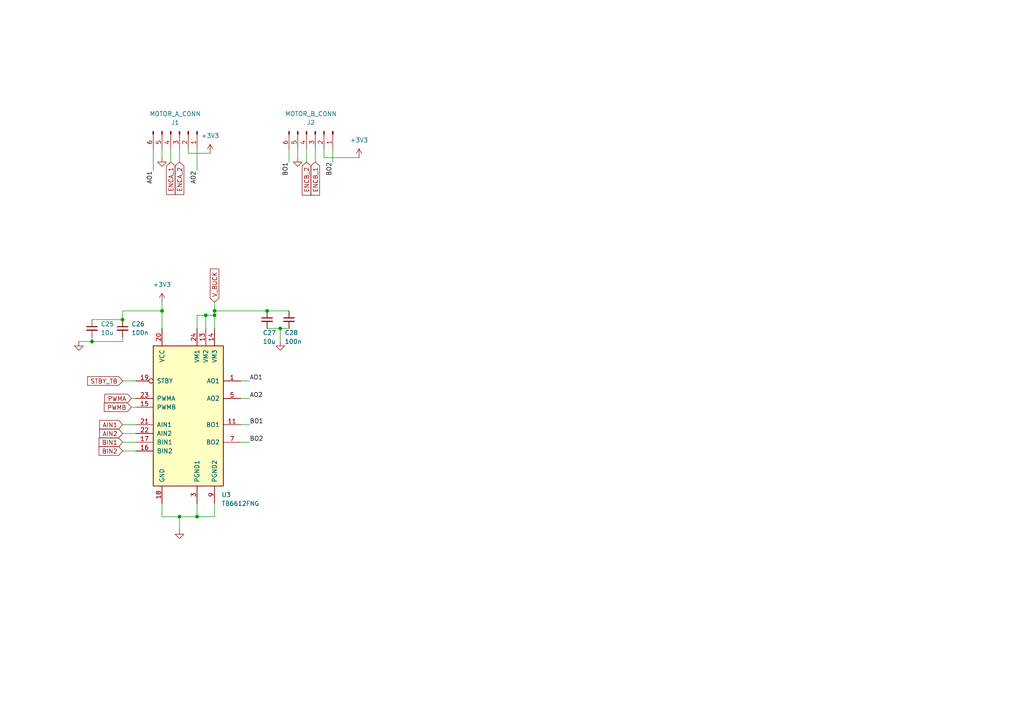
<source format=kicad_sch>
(kicad_sch (version 20211123) (generator eeschema)
  (paper "A4")
  (lib_symbols
    (symbol "Connector:Conn_01x06_Male" (pin_names (offset 1.016) hide)
      (property "Reference" "J" (at 0 7.62 0))
      (property "Value" "Conn_01x06_Male" (at 0 -10.16 0))
      (symbol "Conn_01x06_Male_1_1"
        (polyline (pts (xy 1.27 -7.62) (xy 0.8636 -7.62)) (stroke (width 0.1524)))
        (polyline (pts (xy 1.27 -5.08) (xy 0.8636 -5.08)) (stroke (width 0.1524)))
        (polyline (pts (xy 1.27 -2.54) (xy 0.8636 -2.54)) (stroke (width 0.1524)))
        (polyline (pts (xy 1.27 0) (xy 0.8636 0)) (stroke (width 0.1524)))
        (polyline (pts (xy 1.27 2.54) (xy 0.8636 2.54)) (stroke (width 0.1524)))
        (polyline (pts (xy 1.27 5.08) (xy 0.8636 5.08)) (stroke (width 0.1524)))
        (rectangle (start 0.8636 -7.493) (end 0 -7.747) (stroke (width 0.1524)) (fill (type outline)))
        (rectangle (start 0.8636 -4.953) (end 0 -5.207) (stroke (width 0.1524)) (fill (type outline)))
        (rectangle (start 0.8636 -2.413) (end 0 -2.667) (stroke (width 0.1524)) (fill (type outline)))
        (rectangle (start 0.8636 0.127) (end 0 -0.127) (stroke (width 0.1524)) (fill (type outline)))
        (rectangle (start 0.8636 2.667) (end 0 2.413) (stroke (width 0.1524)) (fill (type outline)))
        (rectangle (start 0.8636 5.207) (end 0 4.953) (stroke (width 0.1524)) (fill (type outline)))
        (pin passive line (at 5.08 5.08 180) (length 3.81) (name "Pin_1") (number "1"))
        (pin passive line (at 5.08 2.54 180) (length 3.81) (name "Pin_2") (number "2"))
        (pin passive line (at 5.08 0 180) (length 3.81) (name "Pin_3") (number "3"))
        (pin passive line (at 5.08 -2.54 180) (length 3.81) (name "Pin_4") (number "4"))
        (pin passive line (at 5.08 -5.08 180) (length 3.81) (name "Pin_5") (number "5"))
        (pin passive line (at 5.08 -7.62 180) (length 3.81) (name "Pin_6") (number "6"))
      )
    )
    (symbol "Device:C_Small" (pin_numbers hide) (pin_names (offset 0.254) hide)
      (property "Reference" "C" (at 0.254 1.778 0))
      (property "Value" "C_Small" (at 0.254 -2.032 0))
      (symbol "C_Small_0_1"
        (polyline (pts (xy -1.524 -0.508) (xy 1.524 -0.508)) (stroke (width 0.3302)))
        (polyline (pts (xy -1.524 0.508) (xy 1.524 0.508)) (stroke (width 0.3048)))
      )
      (symbol "C_Small_1_1"
        (pin passive line (at 0 2.54 270) (length 2.032) (name "~") (number "1"))
        (pin passive line (at 0 -2.54 90) (length 2.032) (name "~") (number "2"))
      )
    )
    (symbol "Driver_Motor:TB6612FNG" (pin_names (offset 1.016))
      (property "Reference" "U" (at 11.43 17.78 0))
      (property "Value" "TB6612FNG" (at 11.43 15.24 0))
      (symbol "TB6612FNG_0_1"
        (rectangle (start -10.16 20.32) (end 10.16 -20.32) (stroke (width 0.254)) (fill (type background)))
      )
      (symbol "TB6612FNG_1_1"
        (pin output line (at 15.24 10.16 180) (length 5.08) (name "AO1") (number "1"))
        (pin passive line (at 7.62 -25.4 90) (length 5.08) hide (name "PGND2") (number "10"))
        (pin output line (at 15.24 -2.54 180) (length 5.08) (name "BO1") (number "11"))
        (pin passive line (at 15.24 -2.54 180) (length 5.08) hide (name "BO1") (number "12"))
        (pin power_in line (at 5.08 25.4 270) (length 5.08) (name "VM2") (number "13"))
        (pin power_in line (at 7.62 25.4 270) (length 5.08) (name "VM3") (number "14"))
        (pin input line (at -15.24 2.54 0) (length 5.08) (name "PWMB") (number "15"))
        (pin input line (at -15.24 -10.16 0) (length 5.08) (name "BIN2") (number "16"))
        (pin input line (at -15.24 -7.62 0) (length 5.08) (name "BIN1") (number "17"))
        (pin power_in line (at -7.62 -25.4 90) (length 5.08) (name "GND") (number "18"))
        (pin input inverted (at -15.24 10.16 0) (length 5.08) (name "STBY") (number "19"))
        (pin passive line (at 15.24 10.16 180) (length 5.08) hide (name "AO1") (number "2"))
        (pin power_in line (at -7.62 25.4 270) (length 5.08) (name "VCC") (number "20"))
        (pin input line (at -15.24 -2.54 0) (length 5.08) (name "AIN1") (number "21"))
        (pin input line (at -15.24 -5.08 0) (length 5.08) (name "AIN2") (number "22"))
        (pin input line (at -15.24 5.08 0) (length 5.08) (name "PWMA") (number "23"))
        (pin power_in line (at 2.54 25.4 270) (length 5.08) (name "VM1") (number "24"))
        (pin power_in line (at 2.54 -25.4 90) (length 5.08) (name "PGND1") (number "3"))
        (pin passive line (at 2.54 -25.4 90) (length 5.08) hide (name "PGND1") (number "4"))
        (pin output line (at 15.24 5.08 180) (length 5.08) (name "AO2") (number "5"))
        (pin passive line (at 15.24 5.08 180) (length 5.08) hide (name "AO2") (number "6"))
        (pin output line (at 15.24 -7.62 180) (length 5.08) (name "BO2") (number "7"))
        (pin passive line (at 15.24 -7.62 180) (length 5.08) hide (name "BO2") (number "8"))
        (pin power_in line (at 7.62 -25.4 90) (length 5.08) (name "PGND2") (number "9"))
      )
    )
    (symbol "power:+3V3" (power) (pin_names (offset 0))
      (property "Value" "+3V3" (at 0 3.556 0))
      (symbol "+3V3_0_1"
        (polyline (pts (xy -0.762 1.27) (xy 0 2.54)))
        (polyline (pts (xy 0 0) (xy 0 2.54)))
        (polyline (pts (xy 0 2.54) (xy 0.762 1.27)))
      )
      (symbol "+3V3_1_1"
        (pin power_in line (at 0 0 90) (length 0) hide (name "+3V3") (number "1"))
      )
    )
    (symbol "power:GND" (power) (pin_names (offset 0))
      (property "Value" "GND" (at 0 -3.81 0))
      (symbol "GND_0_1"
        (polyline (pts (xy 0 0) (xy 0 -1.27) (xy 1.27 -1.27) (xy 0 -2.54) (xy -1.27 -1.27) (xy 0 -1.27)))
      )
      (symbol "GND_1_1"
        (pin power_in line (at 0 0 270) (length 0) hide (name "GND") (number "1"))
      )
    )
  )
  (junction (at 52.07 149.86))
  (junction (at 62.23 91.44))
  (junction (at 77.47 90.17))
  (junction (at 35.56 92.71))
  (junction (at 26.67 99.06))
  (junction (at 59.69 91.44))
  (junction (at 62.23 90.17))
  (junction (at 81.28 95.25))
  (junction (at 46.99 90.17))
  (junction (at 57.15 149.86))
  (wire (pts (xy 38.1 118.11) (xy 39.37 118.11)))
  (wire (pts (xy 35.56 99.06) (xy 35.56 97.79)))
  (wire (pts (xy 72.39 110.49) (xy 69.85 110.49)))
  (wire (pts (xy 81.28 99.06) (xy 81.28 95.25)))
  (wire (pts (xy 83.82 43.18) (xy 83.82 46.99)))
  (wire (pts (xy 57.15 91.44) (xy 59.69 91.44)))
  (wire (pts (xy 93.98 45.72) (xy 93.98 43.18)))
  (wire (pts (xy 91.44 43.18) (xy 91.44 46.99)))
  (wire (pts (xy 35.56 130.81) (xy 39.37 130.81)))
  (wire (pts (xy 49.53 43.18) (xy 49.53 46.99)))
  (wire (pts (xy 35.56 123.19) (xy 39.37 123.19)))
  (wire (pts (xy 46.99 149.86) (xy 52.07 149.86)))
  (wire (pts (xy 46.99 43.18) (xy 46.99 45.72)))
  (wire (pts (xy 57.15 95.25) (xy 57.15 91.44)))
  (wire (pts (xy 72.39 123.19) (xy 69.85 123.19)))
  (wire (pts (xy 59.69 91.44) (xy 62.23 91.44)))
  (wire (pts (xy 62.23 87.63) (xy 62.23 90.17)))
  (wire (pts (xy 72.39 115.57) (xy 69.85 115.57)))
  (wire (pts (xy 46.99 90.17) (xy 46.99 95.25)))
  (wire (pts (xy 96.52 43.18) (xy 96.52 46.99)))
  (wire (pts (xy 46.99 87.63) (xy 46.99 90.17)))
  (wire (pts (xy 35.56 90.17) (xy 46.99 90.17)))
  (wire (pts (xy 26.67 99.06) (xy 35.56 99.06)))
  (wire (pts (xy 26.67 99.06) (xy 26.67 97.79)))
  (wire (pts (xy 52.07 149.86) (xy 52.07 153.67)))
  (wire (pts (xy 62.23 91.44) (xy 62.23 95.25)))
  (wire (pts (xy 60.96 44.45) (xy 54.61 44.45)))
  (wire (pts (xy 81.28 95.25) (xy 77.47 95.25)))
  (wire (pts (xy 72.39 128.27) (xy 69.85 128.27)))
  (wire (pts (xy 62.23 146.05) (xy 62.23 149.86)))
  (wire (pts (xy 57.15 146.05) (xy 57.15 149.86)))
  (wire (pts (xy 54.61 44.45) (xy 54.61 43.18)))
  (wire (pts (xy 52.07 43.18) (xy 52.07 46.99)))
  (wire (pts (xy 57.15 149.86) (xy 62.23 149.86)))
  (wire (pts (xy 57.15 49.53) (xy 57.15 43.18)))
  (wire (pts (xy 35.56 125.73) (xy 39.37 125.73)))
  (wire (pts (xy 35.56 92.71) (xy 35.56 90.17)))
  (wire (pts (xy 104.14 45.72) (xy 93.98 45.72)))
  (wire (pts (xy 46.99 146.05) (xy 46.99 149.86)))
  (wire (pts (xy 38.1 115.57) (xy 39.37 115.57)))
  (wire (pts (xy 22.86 99.06) (xy 26.67 99.06)))
  (wire (pts (xy 26.67 92.71) (xy 35.56 92.71)))
  (wire (pts (xy 62.23 90.17) (xy 77.47 90.17)))
  (wire (pts (xy 35.56 128.27) (xy 39.37 128.27)))
  (wire (pts (xy 81.28 95.25) (xy 83.82 95.25)))
  (wire (pts (xy 35.56 110.49) (xy 39.37 110.49)))
  (wire (pts (xy 88.9 43.18) (xy 88.9 46.99)))
  (wire (pts (xy 62.23 90.17) (xy 62.23 91.44)))
  (wire (pts (xy 52.07 149.86) (xy 57.15 149.86)))
  (wire (pts (xy 77.47 90.17) (xy 83.82 90.17)))
  (wire (pts (xy 59.69 91.44) (xy 59.69 95.25)))
  (wire (pts (xy 86.36 43.18) (xy 86.36 45.72)))
  (wire (pts (xy 44.45 49.53) (xy 44.45 43.18)))
  (label "BO1" (at 72.39 123.19 0))
  (label "BO2" (at 96.52 46.99 270))
  (label "BO1" (at 83.82 46.99 270))
  (label "BO2" (at 72.39 128.27 0))
  (label "AO1" (at 44.45 49.53 270))
  (label "AO2" (at 57.15 49.53 270))
  (label "AO2" (at 72.39 115.57 0))
  (label "AO1" (at 72.39 110.49 0))
  (global_label "BIN1" (shape input) (at 35.56 128.27 180) (property "Intersheet References" "${INTERSHEET_REFS}" (effects hide)))
  (global_label "AIN2" (shape input) (at 35.56 125.73 180) (property "Intersheet References" "${INTERSHEET_REFS}" (effects hide)))
  (global_label "STBY_TB" (shape input) (at 35.56 110.49 180) (property "Intersheet References" "${INTERSHEET_REFS}" (effects hide)))
  (global_label "BIN2" (shape input) (at 35.56 130.81 180) (property "Intersheet References" "${INTERSHEET_REFS}" (effects hide)))
  (global_label "AIN1" (shape input) (at 35.56 123.19 180) (property "Intersheet References" "${INTERSHEET_REFS}" (effects hide)))
  (global_label "PWMB" (shape input) (at 38.1 118.11 180) (property "Intersheet References" "${INTERSHEET_REFS}" (effects hide)))
  (global_label "ENCB_2" (shape input) (at 88.9 46.99 270) (property "Intersheet References" "${INTERSHEET_REFS}" (effects hide)))
  (global_label "ENCA_2" (shape input) (at 52.07 46.99 270) (property "Intersheet References" "${INTERSHEET_REFS}" (effects hide)))
  (global_label "PWMA" (shape input) (at 38.1 115.57 180) (property "Intersheet References" "${INTERSHEET_REFS}" (effects hide)))
  (global_label "ENCA_1" (shape input) (at 49.53 46.99 270) (property "Intersheet References" "${INTERSHEET_REFS}" (effects hide)))
  (global_label "ENCB_1" (shape input) (at 91.44 46.99 270) (property "Intersheet References" "${INTERSHEET_REFS}" (effects hide)))
  (global_label "V_BUCK" (shape input) (at 62.23 87.63 90) (property "Intersheet References" "${INTERSHEET_REFS}" (effects hide)))
  (symbol (lib_id "Connector:Conn_01x06_Male") (at 91.44 38.1 270) (unit 1)
    (property "Reference" "J2" (at 90.17 35.56 90))
    (property "Value" "MOTOR_B_CONN" (at 90.17 33.02 90))
    (property "Footprint" "Connector_JST:JST_XH_B6B-XH-A_1x06_P2.50mm_Vertical" (effects hide))
  )
  (symbol (lib_id "Device:C_Small") (at 77.47 92.71 0) (mirror y) (unit 1)
    (property "Reference" "C27" (at 76.2 96.52 0) (effects (justify right)))
    (property "Value" "10u" (at 76.2 99.06 0) (effects (justify right)))
    (property "Footprint" "Capacitor_SMD:C_0805_2012Metric_Pad1.18x1.45mm_HandSolder" (effects hide))
  )
  (symbol (lib_id "power:+3V3") (at 46.99 87.63 0) (unit 1)
    (property "Reference" "#PWR0110" (effects hide))
    (property "Value" "+3V3" (at 46.99 82.55 0))
  )
  (symbol (lib_id "Device:C_Small") (at 35.56 95.25 0) (mirror y) (unit 1)
    (property "Reference" "C26" (at 38.1 93.9862 0) (effects (justify right)))
    (property "Value" "100n" (at 38.1 96.5262 0) (effects (justify right)))
    (property "Footprint" "Capacitor_SMD:C_0603_1608Metric_Pad1.08x0.95mm_HandSolder" (effects hide))
  )
  (symbol (lib_id "power:GND") (at 46.99 45.72 0) (unit 1)
    (property "Reference" "#PWR0143" (effects hide))
    (property "Value" "GND" (effects hide))
  )
  (symbol (lib_id "Device:C_Small") (at 83.82 92.71 0) (mirror y) (unit 1)
    (property "Reference" "C28" (at 82.55 96.52 0) (effects (justify right)))
    (property "Value" "100n" (at 82.55 99.06 0) (effects (justify right)))
    (property "Footprint" "Capacitor_SMD:C_0603_1608Metric_Pad1.08x0.95mm_HandSolder" (effects hide))
  )
  (symbol (lib_id "Connector:Conn_01x06_Male") (at 52.07 38.1 270) (unit 1)
    (property "Reference" "J1" (at 50.8 35.56 90))
    (property "Value" "MOTOR_A_CONN" (at 50.8 33.02 90))
    (property "Footprint" "Connector_JST:JST_XH_B6B-XH-A_1x06_P2.50mm_Vertical" (effects hide))
  )
  (symbol (lib_id "power:+3V3") (at 60.96 44.45 0) (unit 1)
    (property "Reference" "#PWR0142" (effects hide))
    (property "Value" "+3V3" (at 60.96 39.37 0))
  )
  (symbol (lib_id "power:GND") (at 86.36 45.72 0) (unit 1)
    (property "Reference" "#PWR0141" (effects hide))
    (property "Value" "GND" (effects hide))
  )
  (symbol (lib_id "power:GND") (at 22.86 99.06 0) (unit 1)
    (property "Reference" "#PWR0140" (effects hide))
    (property "Value" "GND" (effects hide))
  )
  (symbol (lib_id "power:+3V3") (at 104.14 45.72 0) (unit 1)
    (property "Reference" "#PWR0144" (effects hide))
    (property "Value" "+3V3" (at 104.14 40.64 0))
  )
  (symbol (lib_id "Driver_Motor:TB6612FNG") (at 54.61 120.65 0) (unit 1)
    (property "Reference" "U3" (at 64.2494 143.51 0) (effects (justify left)))
    (property "Value" "TB6612FNG" (at 64.2494 146.05 0) (effects (justify left)))
    (property "Footprint" "Package_SO:SSOP-24_5.3x8.2mm_P0.65mm" (effects hide))
    (property "Datasheet" "https://toshiba.semicon-storage.com/us/product/linear/motordriver/detail.TB6612FNG.html" (effects hide))
  )
  (symbol (lib_id "power:GND") (at 52.07 153.67 0) (unit 1)
    (property "Reference" "#PWR0111" (effects hide))
    (property "Value" "GND" (effects hide))
  )
  (symbol (lib_id "Device:C_Small") (at 26.67 95.25 0) (mirror y) (unit 1)
    (property "Reference" "C25" (at 29.21 93.9862 0) (effects (justify right)))
    (property "Value" "10u" (at 29.21 96.5262 0) (effects (justify right)))
    (property "Footprint" "Capacitor_SMD:C_0805_2012Metric_Pad1.18x1.45mm_HandSolder" (effects hide))
  )
  (symbol (lib_id "power:GND") (at 81.28 99.06 0) (unit 1)
    (property "Reference" "#PWR0139" (effects hide))
    (property "Value" "GND" (effects hide))
  )
)
</source>
